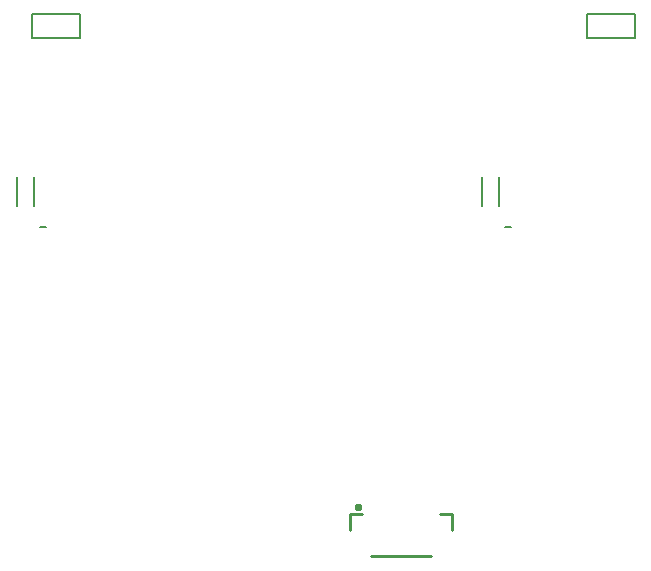
<source format=gto>
G75*
%MOIN*%
%OFA0B0*%
%FSLAX25Y25*%
%IPPOS*%
%LPD*%
%AMOC8*
5,1,8,0,0,1.08239X$1,22.5*
%
%ADD10C,0.01000*%
%ADD11C,0.01600*%
%ADD12C,0.00500*%
%ADD13C,0.00800*%
D10*
X0179300Y0093300D02*
X0179300Y0098800D01*
X0183300Y0098800D01*
X0186300Y0084800D02*
X0206300Y0084800D01*
X0213300Y0093300D02*
X0213300Y0098800D01*
X0209300Y0098800D01*
D11*
X0181715Y0101024D02*
X0181717Y0101064D01*
X0181723Y0101104D01*
X0181733Y0101144D01*
X0181746Y0101182D01*
X0181764Y0101218D01*
X0181784Y0101253D01*
X0181809Y0101285D01*
X0181836Y0101315D01*
X0181866Y0101342D01*
X0181898Y0101367D01*
X0181933Y0101387D01*
X0181969Y0101405D01*
X0182007Y0101418D01*
X0182047Y0101428D01*
X0182087Y0101434D01*
X0182127Y0101436D01*
X0182167Y0101434D01*
X0182207Y0101428D01*
X0182247Y0101418D01*
X0182285Y0101405D01*
X0182321Y0101387D01*
X0182356Y0101367D01*
X0182388Y0101342D01*
X0182418Y0101315D01*
X0182445Y0101285D01*
X0182470Y0101253D01*
X0182490Y0101218D01*
X0182508Y0101182D01*
X0182521Y0101144D01*
X0182531Y0101104D01*
X0182537Y0101064D01*
X0182539Y0101024D01*
X0182537Y0100984D01*
X0182531Y0100944D01*
X0182521Y0100904D01*
X0182508Y0100866D01*
X0182490Y0100830D01*
X0182470Y0100795D01*
X0182445Y0100763D01*
X0182418Y0100733D01*
X0182388Y0100706D01*
X0182356Y0100681D01*
X0182321Y0100661D01*
X0182285Y0100643D01*
X0182247Y0100630D01*
X0182207Y0100620D01*
X0182167Y0100614D01*
X0182127Y0100612D01*
X0182087Y0100614D01*
X0182047Y0100620D01*
X0182007Y0100630D01*
X0181969Y0100643D01*
X0181933Y0100661D01*
X0181898Y0100681D01*
X0181866Y0100706D01*
X0181836Y0100733D01*
X0181809Y0100763D01*
X0181784Y0100795D01*
X0181764Y0100830D01*
X0181746Y0100866D01*
X0181733Y0100904D01*
X0181723Y0100944D01*
X0181717Y0100984D01*
X0181715Y0101024D01*
D12*
X0258300Y0257300D02*
X0258300Y0265300D01*
X0274300Y0265300D01*
X0274300Y0257300D01*
X0258300Y0257300D01*
X0089300Y0257300D02*
X0073300Y0257300D01*
X0073300Y0265300D01*
X0089300Y0265300D01*
X0089300Y0257300D01*
D13*
X0074253Y0211024D02*
X0074253Y0201379D01*
X0068347Y0201379D02*
X0068347Y0211221D01*
X0076221Y0194489D02*
X0078190Y0194489D01*
X0223347Y0201379D02*
X0223347Y0211221D01*
X0229253Y0211024D02*
X0229253Y0201379D01*
X0231221Y0194489D02*
X0233190Y0194489D01*
M02*

</source>
